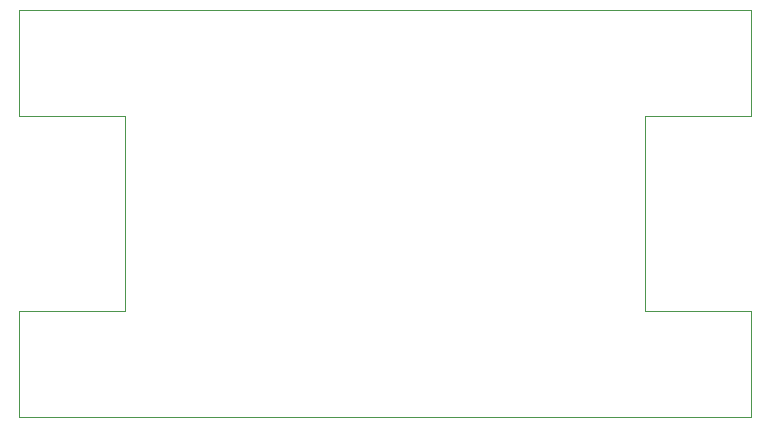
<source format=gm1>
%TF.GenerationSoftware,KiCad,Pcbnew,9.0.0*%
%TF.CreationDate,2025-11-02T14:52:09-05:00*%
%TF.ProjectId,OlfactoryDisplay_main_v2,4f6c6661-6374-46f7-9279-446973706c61,rev?*%
%TF.SameCoordinates,Original*%
%TF.FileFunction,Profile,NP*%
%FSLAX46Y46*%
G04 Gerber Fmt 4.6, Leading zero omitted, Abs format (unit mm)*
G04 Created by KiCad (PCBNEW 9.0.0) date 2025-11-02 14:52:09*
%MOMM*%
%LPD*%
G01*
G04 APERTURE LIST*
%TA.AperFunction,Profile*%
%ADD10C,0.050000*%
%TD*%
G04 APERTURE END LIST*
D10*
X137000000Y-88500000D02*
X128000000Y-88500000D01*
X128000000Y-105000000D01*
X137000000Y-105000000D01*
X137000000Y-114000000D01*
X75000000Y-114000000D01*
X75000000Y-105000000D01*
X84000000Y-105000000D01*
X84000000Y-88500000D01*
X75000000Y-88500000D01*
X75000000Y-79500000D01*
X137000000Y-79500000D01*
X137000000Y-88500000D01*
M02*

</source>
